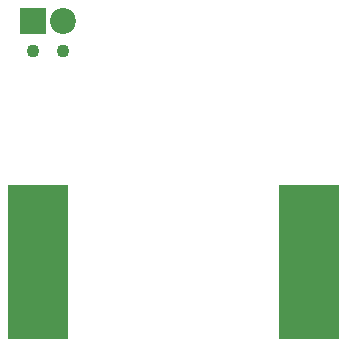
<source format=gbs>
%TF.GenerationSoftware,KiCad,Pcbnew,5.99.0-unknown-b691c18bfc~117~ubuntu20.10.1*%
%TF.CreationDate,2021-03-21T19:03:18-07:00*%
%TF.ProjectId,xx1000-qt,78783130-3030-42d7-9174-2e6b69636164,rev?*%
%TF.SameCoordinates,Original*%
%TF.FileFunction,Soldermask,Bot*%
%TF.FilePolarity,Negative*%
%FSLAX46Y46*%
G04 Gerber Fmt 4.6, Leading zero omitted, Abs format (unit mm)*
G04 Created by KiCad (PCBNEW 5.99.0-unknown-b691c18bfc~117~ubuntu20.10.1) date 2021-03-21 19:03:18*
%MOMM*%
%LPD*%
G01*
G04 APERTURE LIST*
%ADD10C,0.500000*%
%ADD11C,3.000000*%
%ADD12R,5.100000X13.000000*%
%ADD13C,1.100000*%
%ADD14C,2.200000*%
%ADD15R,2.200000X2.200000*%
G04 APERTURE END LIST*
D10*
%TO.C,J4*%
X99835000Y-65125000D03*
X99835000Y-68125000D03*
D11*
X102225000Y-73800000D03*
D10*
X99835000Y-67125000D03*
X99835000Y-71925000D03*
X99835000Y-72925000D03*
X99835000Y-73925000D03*
D12*
X101985000Y-69125000D03*
D11*
X102225000Y-64450000D03*
D10*
X99835000Y-63125000D03*
X99835000Y-66125000D03*
X99835000Y-74925000D03*
X99835000Y-69925000D03*
X99835000Y-64125000D03*
X99835000Y-70925000D03*
%TD*%
%TO.C,J3*%
X127080000Y-73130000D03*
X127080000Y-70130000D03*
D11*
X124690000Y-64455000D03*
D10*
X127080000Y-71130000D03*
X127080000Y-66330000D03*
X127080000Y-65330000D03*
X127080000Y-64330000D03*
D12*
X124930000Y-69130000D03*
D11*
X124690000Y-73805000D03*
D10*
X127080000Y-75130000D03*
X127080000Y-72130000D03*
X127080000Y-63330000D03*
X127080000Y-68330000D03*
X127080000Y-74130000D03*
X127080000Y-67330000D03*
%TD*%
D13*
%TO.C,J1*%
X104040000Y-51280000D03*
D14*
X104040000Y-48740000D03*
D13*
X101500000Y-51280000D03*
D15*
X101500000Y-48740000D03*
%TD*%
M02*

</source>
